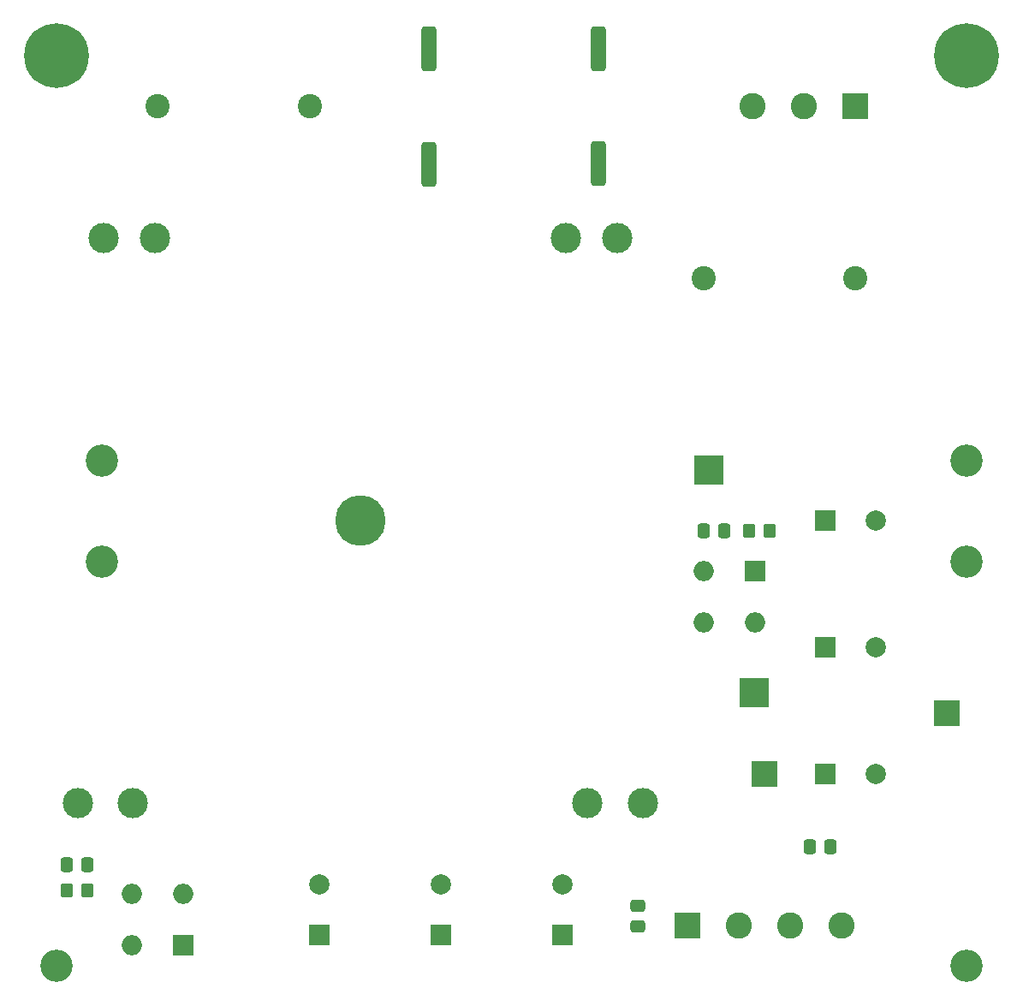
<source format=gts>
G04 #@! TF.GenerationSoftware,KiCad,Pcbnew,6.0.8+dfsg-1~bpo11+1+rpt1*
G04 #@! TF.CreationDate,2023-02-05T13:30:40+00:00*
G04 #@! TF.ProjectId,MaxDC,4d617844-432e-46b6-9963-61645f706362,0.3*
G04 #@! TF.SameCoordinates,Original*
G04 #@! TF.FileFunction,Soldermask,Top*
G04 #@! TF.FilePolarity,Negative*
%FSLAX46Y46*%
G04 Gerber Fmt 4.6, Leading zero omitted, Abs format (unit mm)*
G04 Created by KiCad (PCBNEW 6.0.8+dfsg-1~bpo11+1+rpt1) date 2023-02-05 13:30:40*
%MOMM*%
%LPD*%
G01*
G04 APERTURE LIST*
G04 Aperture macros list*
%AMRoundRect*
0 Rectangle with rounded corners*
0 $1 Rounding radius*
0 $2 $3 $4 $5 $6 $7 $8 $9 X,Y pos of 4 corners*
0 Add a 4 corners polygon primitive as box body*
4,1,4,$2,$3,$4,$5,$6,$7,$8,$9,$2,$3,0*
0 Add four circle primitives for the rounded corners*
1,1,$1+$1,$2,$3*
1,1,$1+$1,$4,$5*
1,1,$1+$1,$6,$7*
1,1,$1+$1,$8,$9*
0 Add four rect primitives between the rounded corners*
20,1,$1+$1,$2,$3,$4,$5,0*
20,1,$1+$1,$4,$5,$6,$7,0*
20,1,$1+$1,$6,$7,$8,$9,0*
20,1,$1+$1,$8,$9,$2,$3,0*%
G04 Aperture macros list end*
%ADD10R,2.600000X2.600000*%
%ADD11C,2.600000*%
%ADD12R,2.000000X2.000000*%
%ADD13O,2.000000X2.000000*%
%ADD14R,2.500000X2.500000*%
%ADD15RoundRect,0.250000X-0.337500X-0.475000X0.337500X-0.475000X0.337500X0.475000X-0.337500X0.475000X0*%
%ADD16RoundRect,0.250000X0.337500X0.475000X-0.337500X0.475000X-0.337500X-0.475000X0.337500X-0.475000X0*%
%ADD17C,2.000000*%
%ADD18C,2.400000*%
%ADD19RoundRect,0.381000X0.381000X-1.841500X0.381000X1.841500X-0.381000X1.841500X-0.381000X-1.841500X0*%
%ADD20C,3.200000*%
%ADD21C,5.000000*%
%ADD22C,3.000000*%
%ADD23C,6.400000*%
%ADD24RoundRect,0.250000X-0.475000X0.337500X-0.475000X-0.337500X0.475000X-0.337500X0.475000X0.337500X0*%
%ADD25R,3.000000X3.000000*%
%ADD26RoundRect,0.250000X-0.350000X-0.450000X0.350000X-0.450000X0.350000X0.450000X-0.350000X0.450000X0*%
G04 APERTURE END LIST*
D10*
X184000000Y-60000000D03*
D11*
X178920000Y-60000000D03*
X173840000Y-60000000D03*
D12*
X174045000Y-105975000D03*
D13*
X168965000Y-105975000D03*
X168965000Y-111055000D03*
X174045000Y-111055000D03*
D14*
X175000000Y-126000000D03*
D15*
X168962500Y-102000000D03*
X171037500Y-102000000D03*
D12*
X117500000Y-143000000D03*
D13*
X117500000Y-137920000D03*
X112420000Y-137920000D03*
X112420000Y-143000000D03*
D16*
X108037500Y-135000000D03*
X105962500Y-135000000D03*
D12*
X155000000Y-141967677D03*
D17*
X155000000Y-136967677D03*
D18*
X184000000Y-77000000D03*
X169000000Y-77000000D03*
D19*
X141818000Y-54348500D03*
X141818000Y-65715000D03*
X158582000Y-65651500D03*
X158582000Y-54285000D03*
D20*
X195000000Y-95000000D03*
D12*
X181000000Y-126000000D03*
D17*
X186000000Y-126000000D03*
D12*
X181000000Y-113500000D03*
D17*
X186000000Y-113500000D03*
D20*
X195000000Y-145000000D03*
D21*
X135000000Y-101000000D03*
D22*
X109600000Y-73060000D03*
X114680000Y-73060000D03*
X155320000Y-73060000D03*
X160400000Y-73060000D03*
X162940000Y-128940000D03*
X157460000Y-128940000D03*
X112540000Y-128940000D03*
X107060000Y-128940000D03*
D20*
X109500000Y-105000000D03*
X109500000Y-95000000D03*
D14*
X193000000Y-120000000D03*
D16*
X181537500Y-133195000D03*
X179462500Y-133195000D03*
D23*
X105000000Y-55000000D03*
D24*
X162500000Y-139062500D03*
X162500000Y-141137500D03*
D25*
X174000000Y-118000000D03*
D20*
X195000000Y-105000000D03*
D10*
X167380000Y-141000000D03*
D11*
X172460000Y-141000000D03*
X177540000Y-141000000D03*
X182620000Y-141000000D03*
D18*
X115000000Y-60000000D03*
X130000000Y-60000000D03*
D20*
X105000000Y-145000000D03*
D25*
X169500000Y-96000000D03*
D12*
X131000000Y-141967677D03*
D17*
X131000000Y-136967677D03*
D23*
X195000000Y-55000000D03*
D12*
X143000000Y-141967677D03*
D17*
X143000000Y-136967677D03*
D12*
X181000000Y-101000000D03*
D17*
X186000000Y-101000000D03*
D26*
X173500000Y-102000000D03*
X175500000Y-102000000D03*
X106000000Y-137500000D03*
X108000000Y-137500000D03*
M02*

</source>
